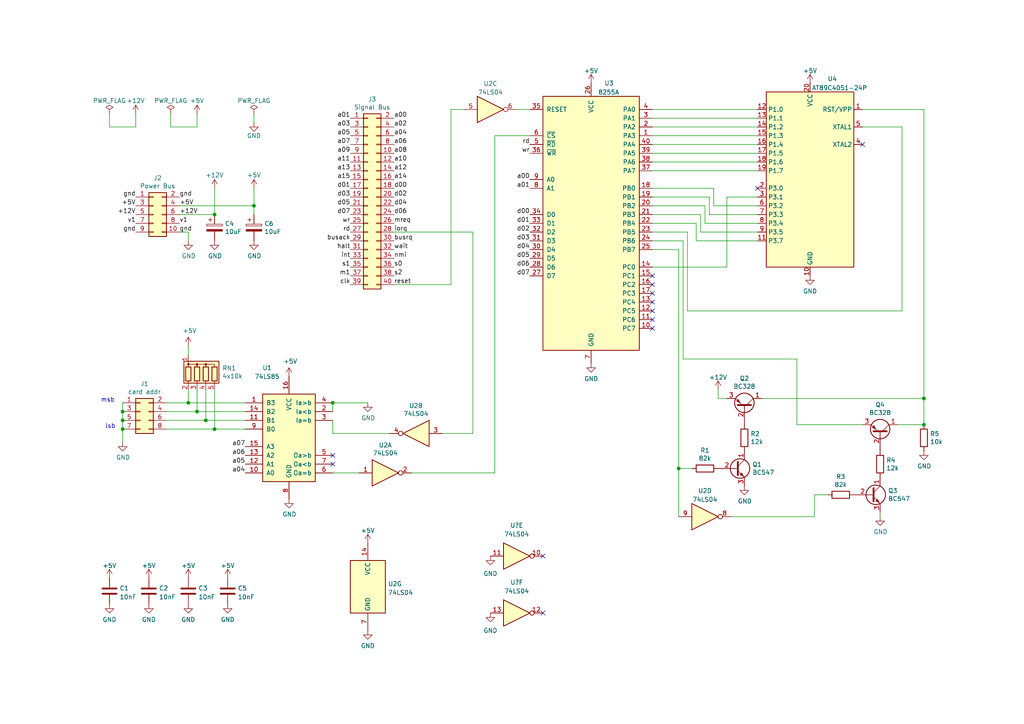
<source format=kicad_sch>
(kicad_sch (version 20211123) (generator eeschema)
  (paper "A4")
  (title_block (comment 1 "Programmer for AT89Cx051 (1051, 2051, 4051)"))
  (lib_symbols
    (symbol "74xx:74LS04"
      (property "Reference" "U" (at 0 1.27 0))
      (property "Value" "74LS04" (at 0 -1.27 0))
      (symbol "74LS04_1_0"
        (polyline (pts (xy -3.81 3.81) (xy -3.81 -3.81) (xy 3.81 0) (xy -3.81 3.81)) (stroke (width 0.254)) (fill (type background)))
        (pin input line (at -7.62 0 0) (length 3.81) (name "~") (number "1"))
        (pin output inverted (at 7.62 0 180) (length 3.81) (name "~") (number "2"))
      )
      (symbol "74LS04_2_0"
        (polyline (pts (xy -3.81 3.81) (xy -3.81 -3.81) (xy 3.81 0) (xy -3.81 3.81)) (stroke (width 0.254)) (fill (type background)))
        (pin input line (at -7.62 0 0) (length 3.81) (name "~") (number "3"))
        (pin output inverted (at 7.62 0 180) (length 3.81) (name "~") (number "4"))
      )
      (symbol "74LS04_3_0"
        (polyline (pts (xy -3.81 3.81) (xy -3.81 -3.81) (xy 3.81 0) (xy -3.81 3.81)) (stroke (width 0.254)) (fill (type background)))
        (pin input line (at -7.62 0 0) (length 3.81) (name "~") (number "5"))
        (pin output inverted (at 7.62 0 180) (length 3.81) (name "~") (number "6"))
      )
      (symbol "74LS04_4_0"
        (polyline (pts (xy -3.81 3.81) (xy -3.81 -3.81) (xy 3.81 0) (xy -3.81 3.81)) (stroke (width 0.254)) (fill (type background)))
        (pin output inverted (at 7.62 0 180) (length 3.81) (name "~") (number "8"))
        (pin input line (at -7.62 0 0) (length 3.81) (name "~") (number "9"))
      )
      (symbol "74LS04_5_0"
        (polyline (pts (xy -3.81 3.81) (xy -3.81 -3.81) (xy 3.81 0) (xy -3.81 3.81)) (stroke (width 0.254)) (fill (type background)))
        (pin output inverted (at 7.62 0 180) (length 3.81) (name "~") (number "10"))
        (pin input line (at -7.62 0 0) (length 3.81) (name "~") (number "11"))
      )
      (symbol "74LS04_6_0"
        (polyline (pts (xy -3.81 3.81) (xy -3.81 -3.81) (xy 3.81 0) (xy -3.81 3.81)) (stroke (width 0.254)) (fill (type background)))
        (pin output inverted (at 7.62 0 180) (length 3.81) (name "~") (number "12"))
        (pin input line (at -7.62 0 0) (length 3.81) (name "~") (number "13"))
      )
      (symbol "74LS04_7_0"
        (pin power_in line (at 0 12.7 270) (length 5.08) (name "VCC") (number "14"))
        (pin power_in line (at 0 -12.7 90) (length 5.08) (name "GND") (number "7"))
      )
      (symbol "74LS04_7_1"
        (rectangle (start -5.08 7.62) (end 5.08 -7.62) (stroke (width 0.254)) (fill (type background)))
      )
    )
    (symbol "74xx:74LS85" (pin_names (offset 1.016))
      (property "Reference" "U" (at -7.62 13.97 0))
      (property "Value" "74LS85" (at -7.62 -13.97 0))
      (symbol "74LS85_1_0"
        (pin input line (at -12.7 10.16 0) (length 5.08) (name "B3") (number "1"))
        (pin input line (at -12.7 -10.16 0) (length 5.08) (name "A0") (number "10"))
        (pin input line (at -12.7 5.08 0) (length 5.08) (name "B1") (number "11"))
        (pin input line (at -12.7 -7.62 0) (length 5.08) (name "A1") (number "12"))
        (pin input line (at -12.7 -5.08 0) (length 5.08) (name "A2") (number "13"))
        (pin input line (at -12.7 7.62 0) (length 5.08) (name "B2") (number "14"))
        (pin input line (at -12.7 -2.54 0) (length 5.08) (name "A3") (number "15"))
        (pin power_in line (at 0 17.78 270) (length 5.08) (name "VCC") (number "16"))
        (pin input line (at 12.7 7.62 180) (length 5.08) (name "Ia<b") (number "2"))
        (pin input line (at 12.7 5.08 180) (length 5.08) (name "Ia=b") (number "3"))
        (pin input line (at 12.7 10.16 180) (length 5.08) (name "Ia>b") (number "4"))
        (pin output line (at 12.7 -5.08 180) (length 5.08) (name "Oa>b") (number "5"))
        (pin output line (at 12.7 -10.16 180) (length 5.08) (name "Oa=b") (number "6"))
        (pin output line (at 12.7 -7.62 180) (length 5.08) (name "Oa<b") (number "7"))
        (pin power_in line (at 0 -17.78 90) (length 5.08) (name "GND") (number "8"))
        (pin input line (at -12.7 2.54 0) (length 5.08) (name "B0") (number "9"))
      )
      (symbol "74LS85_1_1"
        (rectangle (start -7.62 12.7) (end 7.62 -12.7) (stroke (width 0.254)) (fill (type background)))
      )
    )
    (symbol "Connector_Generic:Conn_02x04_Odd_Even" (pin_names (offset 1.016) hide)
      (property "Reference" "J" (at 1.27 5.08 0))
      (property "Value" "Conn_02x04_Odd_Even" (at 1.27 -7.62 0))
      (symbol "Conn_02x04_Odd_Even_1_1"
        (rectangle (start -1.27 -4.953) (end 0 -5.207) (stroke (width 0.1524)))
        (rectangle (start -1.27 -2.413) (end 0 -2.667) (stroke (width 0.1524)))
        (rectangle (start -1.27 0.127) (end 0 -0.127) (stroke (width 0.1524)))
        (rectangle (start -1.27 2.667) (end 0 2.413) (stroke (width 0.1524)))
        (rectangle (start -1.27 3.81) (end 3.81 -6.35) (stroke (width 0.254)) (fill (type background)))
        (rectangle (start 3.81 -4.953) (end 2.54 -5.207) (stroke (width 0.1524)))
        (rectangle (start 3.81 -2.413) (end 2.54 -2.667) (stroke (width 0.1524)))
        (rectangle (start 3.81 0.127) (end 2.54 -0.127) (stroke (width 0.1524)))
        (rectangle (start 3.81 2.667) (end 2.54 2.413) (stroke (width 0.1524)))
        (pin passive line (at -5.08 2.54 0) (length 3.81) (name "Pin_1") (number "1"))
        (pin passive line (at 7.62 2.54 180) (length 3.81) (name "Pin_2") (number "2"))
        (pin passive line (at -5.08 0 0) (length 3.81) (name "Pin_3") (number "3"))
        (pin passive line (at 7.62 0 180) (length 3.81) (name "Pin_4") (number "4"))
        (pin passive line (at -5.08 -2.54 0) (length 3.81) (name "Pin_5") (number "5"))
        (pin passive line (at 7.62 -2.54 180) (length 3.81) (name "Pin_6") (number "6"))
        (pin passive line (at -5.08 -5.08 0) (length 3.81) (name "Pin_7") (number "7"))
        (pin passive line (at 7.62 -5.08 180) (length 3.81) (name "Pin_8") (number "8"))
      )
    )
    (symbol "Connector_Generic:Conn_02x05_Odd_Even" (pin_names (offset 1.016) hide)
      (property "Reference" "J" (at 1.27 7.62 0))
      (property "Value" "Conn_02x05_Odd_Even" (at 1.27 -7.62 0))
      (symbol "Conn_02x05_Odd_Even_1_1"
        (rectangle (start -1.27 -4.953) (end 0 -5.207) (stroke (width 0.1524)))
        (rectangle (start -1.27 -2.413) (end 0 -2.667) (stroke (width 0.1524)))
        (rectangle (start -1.27 0.127) (end 0 -0.127) (stroke (width 0.1524)))
        (rectangle (start -1.27 2.667) (end 0 2.413) (stroke (width 0.1524)))
        (rectangle (start -1.27 5.207) (end 0 4.953) (stroke (width 0.1524)))
        (rectangle (start -1.27 6.35) (end 3.81 -6.35) (stroke (width 0.254)) (fill (type background)))
        (rectangle (start 3.81 -4.953) (end 2.54 -5.207) (stroke (width 0.1524)))
        (rectangle (start 3.81 -2.413) (end 2.54 -2.667) (stroke (width 0.1524)))
        (rectangle (start 3.81 0.127) (end 2.54 -0.127) (stroke (width 0.1524)))
        (rectangle (start 3.81 2.667) (end 2.54 2.413) (stroke (width 0.1524)))
        (rectangle (start 3.81 5.207) (end 2.54 4.953) (stroke (width 0.1524)))
        (pin passive line (at -5.08 5.08 0) (length 3.81) (name "Pin_1") (number "1"))
        (pin passive line (at 7.62 -5.08 180) (length 3.81) (name "Pin_10") (number "10"))
        (pin passive line (at 7.62 5.08 180) (length 3.81) (name "Pin_2") (number "2"))
        (pin passive line (at -5.08 2.54 0) (length 3.81) (name "Pin_3") (number "3"))
        (pin passive line (at 7.62 2.54 180) (length 3.81) (name "Pin_4") (number "4"))
        (pin passive line (at -5.08 0 0) (length 3.81) (name "Pin_5") (number "5"))
        (pin passive line (at 7.62 0 180) (length 3.81) (name "Pin_6") (number "6"))
        (pin passive line (at -5.08 -2.54 0) (length 3.81) (name "Pin_7") (number "7"))
        (pin passive line (at 7.62 -2.54 180) (length 3.81) (name "Pin_8") (number "8"))
        (pin passive line (at -5.08 -5.08 0) (length 3.81) (name "Pin_9") (number "9"))
      )
    )
    (symbol "Connector_Generic:Conn_02x20_Odd_Even" (pin_names (offset 1.016) hide)
      (property "Reference" "J" (at 1.27 25.4 0))
      (property "Value" "Conn_02x20_Odd_Even" (at 1.27 -27.94 0))
      (symbol "Conn_02x20_Odd_Even_1_1"
        (rectangle (start -1.27 -25.273) (end 0 -25.527) (stroke (width 0.1524)))
        (rectangle (start -1.27 -22.733) (end 0 -22.987) (stroke (width 0.1524)))
        (rectangle (start -1.27 -20.193) (end 0 -20.447) (stroke (width 0.1524)))
        (rectangle (start -1.27 -17.653) (end 0 -17.907) (stroke (width 0.1524)))
        (rectangle (start -1.27 -15.113) (end 0 -15.367) (stroke (width 0.1524)))
        (rectangle (start -1.27 -12.573) (end 0 -12.827) (stroke (width 0.1524)))
        (rectangle (start -1.27 -10.033) (end 0 -10.287) (stroke (width 0.1524)))
        (rectangle (start -1.27 -7.493) (end 0 -7.747) (stroke (width 0.1524)))
        (rectangle (start -1.27 -4.953) (end 0 -5.207) (stroke (width 0.1524)))
        (rectangle (start -1.27 -2.413) (end 0 -2.667) (stroke (width 0.1524)))
        (rectangle (start -1.27 0.127) (end 0 -0.127) (stroke (width 0.1524)))
        (rectangle (start -1.27 2.667) (end 0 2.413) (stroke (width 0.1524)))
        (rectangle (start -1.27 5.207) (end 0 4.953) (stroke (width 0.1524)))
        (rectangle (start -1.27 7.747) (end 0 7.493) (stroke (width 0.1524)))
        (rectangle (start -1.27 10.287) (end 0 10.033) (stroke (width 0.1524)))
        (rectangle (start -1.27 12.827) (end 0 12.573) (stroke (width 0.1524)))
        (rectangle (start -1.27 15.367) (end 0 15.113) (stroke (width 0.1524)))
        (rectangle (start -1.27 17.907) (end 0 17.653) (stroke (width 0.1524)))
        (rectangle (start -1.27 20.447) (end 0 20.193) (stroke (width 0.1524)))
        (rectangle (start -1.27 22.987) (end 0 22.733) (stroke (width 0.1524)))
        (rectangle (start -1.27 24.13) (end 3.81 -26.67) (stroke (width 0.254)) (fill (type background)))
        (rectangle (start 3.81 -25.273) (end 2.54 -25.527) (stroke (width 0.1524)))
        (rectangle (start 3.81 -22.733) (end 2.54 -22.987) (stroke (width 0.1524)))
        (rectangle (start 3.81 -20.193) (end 2.54 -20.447) (stroke (width 0.1524)))
        (rectangle (start 3.81 -17.653) (end 2.54 -17.907) (stroke (width 0.1524)))
        (rectangle (start 3.81 -15.113) (end 2.54 -15.367) (stroke (width 0.1524)))
        (rectangle (start 3.81 -12.573) (end 2.54 -12.827) (stroke (width 0.1524)))
        (rectangle (start 3.81 -10.033) (end 2.54 -10.287) (stroke (width 0.1524)))
        (rectangle (start 3.81 -7.493) (end 2.54 -7.747) (stroke (width 0.1524)))
        (rectangle (start 3.81 -4.953) (end 2.54 -5.207) (stroke (width 0.1524)))
        (rectangle (start 3.81 -2.413) (end 2.54 -2.667) (stroke (width 0.1524)))
        (rectangle (start 3.81 0.127) (end 2.54 -0.127) (stroke (width 0.1524)))
        (rectangle (start 3.81 2.667) (end 2.54 2.413) (stroke (width 0.1524)))
        (rectangle (start 3.81 5.207) (end 2.54 4.953) (stroke (width 0.1524)))
        (rectangle (start 3.81 7.747) (end 2.54 7.493) (stroke (width 0.1524)))
        (rectangle (start 3.81 10.287) (end 2.54 10.033) (stroke (width 0.1524)))
        (rectangle (start 3.81 12.827) (end 2.54 12.573) (stroke (width 0.1524)))
        (rectangle (start 3.81 15.367) (end 2.54 15.113) (stroke (width 0.1524)))
        (rectangle (start 3.81 17.907) (end 2.54 17.653) (stroke (width 0.1524)))
        (rectangle (start 3.81 20.447) (end 2.54 20.193) (stroke (width 0.1524)))
        (rectangle (start 3.81 22.987) (end 2.54 22.733) (stroke (width 0.1524)))
        (pin passive line (at -5.08 22.86 0) (length 3.81) (name "Pin_1") (number "1"))
        (pin passive line (at 7.62 12.7 180) (length 3.81) (name "Pin_10") (number "10"))
        (pin passive line (at -5.08 10.16 0) (length 3.81) (name "Pin_11") (number "11"))
        (pin passive line (at 7.62 10.16 180) (length 3.81) (name "Pin_12") (number "12"))
        (pin passive line (at -5.08 7.62 0) (length 3.81) (name "Pin_13") (number "13"))
        (pin passive line (at 7.62 7.62 180) (length 3.81) (name "Pin_14") (number "14"))
        (pin passive line (at -5.08 5.08 0) (length 3.81) (name "Pin_15") (number "15"))
        (pin passive line (at 7.62 5.08 180) (length 3.81) (name "Pin_16") (number "16"))
        (pin passive line (at -5.08 2.54 0) (length 3.81) (name "Pin_17") (number "17"))
        (pin passive line (at 7.62 2.54 180) (length 3.81) (name "Pin_18") (number "18"))
        (pin passive line (at -5.08 0 0) (length 3.81) (name "Pin_19") (number "19"))
        (pin passive line (at 7.62 22.86 180) (length 3.81) (name "Pin_2") (number "2"))
        (pin passive line (at 7.62 0 180) (length 3.81) (name "Pin_20") (number "20"))
        (pin passive line (at -5.08 -2.54 0) (length 3.81) (name "Pin_21") (number "21"))
        (pin passive line (at 7.62 -2.54 180) (length 3.81) (name "Pin_22") (number "22"))
        (pin passive line (at -5.08 -5.08 0) (length 3.81) (name "Pin_23") (number "23"))
        (pin passive line (at 7.62 -5.08 180) (length 3.81) (name "Pin_24") (number "24"))
        (pin passive line (at -5.08 -7.62 0) (length 3.81) (name "Pin_25") (number "25"))
        (pin passive line (at 7.62 -7.62 180) (length 3.81) (name "Pin_26") (number "26"))
        (pin passive line (at -5.08 -10.16 0) (length 3.81) (name "Pin_27") (number "27"))
        (pin passive line (at 7.62 -10.16 180) (length 3.81) (name "Pin_28") (number "28"))
        (pin passive line (at -5.08 -12.7 0) (length 3.81) (name "Pin_29") (number "29"))
        (pin passive line (at -5.08 20.32 0) (length 3.81) (name "Pin_3") (number "3"))
        (pin passive line (at 7.62 -12.7 180) (length 3.81) (name "Pin_30") (number "30"))
        (pin passive line (at -5.08 -15.24 0) (length 3.81) (name "Pin_31") (number "31"))
        (pin passive line (at 7.62 -15.24 180) (length 3.81) (name "Pin_32") (number "32"))
        (pin passive line (at -5.08 -17.78 0) (length 3.81) (name "Pin_33") (number "33"))
        (pin passive line (at 7.62 -17.78 180) (length 3.81) (name "Pin_34") (number "34"))
        (pin passive line (at -5.08 -20.32 0) (length 3.81) (name "Pin_35") (number "35"))
        (pin passive line (at 7.62 -20.32 180) (length 3.81) (name "Pin_36") (number "36"))
        (pin passive line (at -5.08 -22.86 0) (length 3.81) (name "Pin_37") (number "37"))
        (pin passive line (at 7.62 -22.86 180) (length 3.81) (name "Pin_38") (number "38"))
        (pin passive line (at -5.08 -25.4 0) (length 3.81) (name "Pin_39") (number "39"))
        (pin passive line (at 7.62 20.32 180) (length 3.81) (name "Pin_4") (number "4"))
        (pin passive line (at 7.62 -25.4 180) (length 3.81) (name "Pin_40") (number "40"))
        (pin passive line (at -5.08 17.78 0) (length 3.81) (name "Pin_5") (number "5"))
        (pin passive line (at 7.62 17.78 180) (length 3.81) (name "Pin_6") (number "6"))
        (pin passive line (at -5.08 15.24 0) (length 3.81) (name "Pin_7") (number "7"))
        (pin passive line (at 7.62 15.24 180) (length 3.81) (name "Pin_8") (number "8"))
        (pin passive line (at -5.08 12.7 0) (length 3.81) (name "Pin_9") (number "9"))
      )
    )
    (symbol "Device:C" (pin_numbers hide) (pin_names (offset 0.254))
      (property "Reference" "C" (at 0.635 2.54 0))
      (property "Value" "C" (at 0.635 -2.54 0))
      (symbol "C_0_1"
        (polyline (pts (xy -2.032 -0.762) (xy 2.032 -0.762)) (stroke (width 0.508)))
        (polyline (pts (xy -2.032 0.762) (xy 2.032 0.762)) (stroke (width 0.508)))
      )
      (symbol "C_1_1"
        (pin passive line (at 0 3.81 270) (length 2.794) (name "~") (number "1"))
        (pin passive line (at 0 -3.81 90) (length 2.794) (name "~") (number "2"))
      )
    )
    (symbol "Device:CP" (pin_numbers hide) (pin_names (offset 0.254))
      (property "Reference" "C" (at 0.635 2.54 0))
      (property "Value" "Device_CP" (at 0.635 -2.54 0))
      (symbol "CP_0_1"
        (rectangle (start -2.286 0.508) (end 2.286 1.016))
        (polyline (pts (xy -1.778 2.286) (xy -0.762 2.286)))
        (polyline (pts (xy -1.27 2.794) (xy -1.27 1.778)))
        (rectangle (start 2.286 -0.508) (end -2.286 -1.016) (fill (type outline)))
      )
      (symbol "CP_1_1"
        (pin passive line (at 0 3.81 270) (length 2.794) (name "~") (number "1"))
        (pin passive line (at 0 -3.81 90) (length 2.794) (name "~") (number "2"))
      )
    )
    (symbol "Device:R" (pin_numbers hide) (pin_names (offset 0))
      (property "Reference" "R" (at 2.032 0 90))
      (property "Value" "R" (at 0 0 90))
      (symbol "R_0_1"
        (rectangle (start -1.016 -2.54) (end 1.016 2.54) (stroke (width 0.254)))
      )
      (symbol "R_1_1"
        (pin passive line (at 0 3.81 270) (length 1.27) (name "~") (number "1"))
        (pin passive line (at 0 -3.81 90) (length 1.27) (name "~") (number "2"))
      )
    )
    (symbol "Device:R_Network04" (pin_names (offset 0) hide)
      (property "Reference" "RN" (at -7.62 0 90))
      (property "Value" "R_Network04" (at 5.08 0 90))
      (symbol "R_Network04_0_1"
        (rectangle (start -6.35 -3.175) (end 3.81 3.175) (stroke (width 0.254)) (fill (type background)))
        (rectangle (start -5.842 1.524) (end -4.318 -2.54) (stroke (width 0.254)))
        (circle (center -5.08 2.286) (radius 0.254) (fill (type outline)))
        (rectangle (start -3.302 1.524) (end -1.778 -2.54) (stroke (width 0.254)))
        (circle (center -2.54 2.286) (radius 0.254) (fill (type outline)))
        (rectangle (start -0.762 1.524) (end 0.762 -2.54) (stroke (width 0.254)))
        (polyline (pts (xy -5.08 -2.54) (xy -5.08 -3.81)))
        (polyline (pts (xy -2.54 -2.54) (xy -2.54 -3.81)))
        (polyline (pts (xy 0 -2.54) (xy 0 -3.81)))
        (polyline (pts (xy 2.54 -2.54) (xy 2.54 -3.81)))
        (polyline (pts (xy -5.08 1.524) (xy -5.08 2.286) (xy -2.54 2.286) (xy -2.54 1.524)))
        (polyline (pts (xy -2.54 1.524) (xy -2.54 2.286) (xy 0 2.286) (xy 0 1.524)))
        (polyline (pts (xy 0 1.524) (xy 0 2.286) (xy 2.54 2.286) (xy 2.54 1.524)))
        (circle (center 0 2.286) (radius 0.254) (fill (type outline)))
        (rectangle (start 1.778 1.524) (end 3.302 -2.54) (stroke (width 0.254)))
      )
      (symbol "R_Network04_1_1"
        (pin passive line (at -5.08 5.08 270) (length 2.54) (name "common") (number "1"))
        (pin passive line (at -5.08 -5.08 90) (length 1.27) (name "R1") (number "2"))
        (pin passive line (at -2.54 -5.08 90) (length 1.27) (name "R2") (number "3"))
        (pin passive line (at 0 -5.08 90) (length 1.27) (name "R3") (number "4"))
        (pin passive line (at 2.54 -5.08 90) (length 1.27) (name "R4") (number "5"))
      )
    )
    (symbol "Interface:8255A" (pin_names (offset 1.016))
      (property "Reference" "U" (at -13.97 38.1 0))
      (property "Value" "8255A" (at 8.89 38.1 0))
      (symbol "8255A_1_1"
        (rectangle (start -13.97 -36.83) (end 13.97 36.83) (stroke (width 0.254)) (fill (type background)))
        (pin bidirectional line (at 17.78 25.4 180) (length 3.81) (name "PA3") (number "1"))
        (pin bidirectional line (at 17.78 -30.48 180) (length 3.81) (name "PC7") (number "10"))
        (pin bidirectional line (at 17.78 -27.94 180) (length 3.81) (name "PC6") (number "11"))
        (pin bidirectional line (at 17.78 -25.4 180) (length 3.81) (name "PC5") (number "12"))
        (pin bidirectional line (at 17.78 -22.86 180) (length 3.81) (name "PC4") (number "13"))
        (pin bidirectional line (at 17.78 -12.7 180) (length 3.81) (name "PC0") (number "14"))
        (pin bidirectional line (at 17.78 -15.24 180) (length 3.81) (name "PC1") (number "15"))
        (pin bidirectional line (at 17.78 -17.78 180) (length 3.81) (name "PC2") (number "16"))
        (pin bidirectional line (at 17.78 -20.32 180) (length 3.81) (name "PC3") (number "17"))
        (pin bidirectional line (at 17.78 10.16 180) (length 3.81) (name "PB0") (number "18"))
        (pin bidirectional line (at 17.78 7.62 180) (length 3.81) (name "PB1") (number "19"))
        (pin bidirectional line (at 17.78 27.94 180) (length 3.81) (name "PA2") (number "2"))
        (pin bidirectional line (at 17.78 5.08 180) (length 3.81) (name "PB2") (number "20"))
        (pin bidirectional line (at 17.78 2.54 180) (length 3.81) (name "PB3") (number "21"))
        (pin bidirectional line (at 17.78 0 180) (length 3.81) (name "PB4") (number "22"))
        (pin bidirectional line (at 17.78 -2.54 180) (length 3.81) (name "PB5") (number "23"))
        (pin bidirectional line (at 17.78 -5.08 180) (length 3.81) (name "PB6") (number "24"))
        (pin bidirectional line (at 17.78 -7.62 180) (length 3.81) (name "PB7") (number "25"))
        (pin power_in line (at 0 40.64 270) (length 3.81) (name "VCC") (number "26"))
        (pin bidirectional line (at -17.78 -15.24 0) (length 3.81) (name "D7") (number "27"))
        (pin bidirectional line (at -17.78 -12.7 0) (length 3.81) (name "D6") (number "28"))
        (pin bidirectional line (at -17.78 -10.16 0) (length 3.81) (name "D5") (number "29"))
        (pin bidirectional line (at 17.78 30.48 180) (length 3.81) (name "PA1") (number "3"))
        (pin bidirectional line (at -17.78 -7.62 0) (length 3.81) (name "D4") (number "30"))
        (pin bidirectional line (at -17.78 -5.08 0) (length 3.81) (name "D3") (number "31"))
        (pin bidirectional line (at -17.78 -2.54 0) (length 3.81) (name "D2") (number "32"))
        (pin bidirectional line (at -17.78 0 0) (length 3.81) (name "D1") (number "33"))
        (pin bidirectional line (at -17.78 2.54 0) (length 3.81) (name "D0") (number "34"))
        (pin input line (at -17.78 33.02 0) (length 3.81) (name "RESET") (number "35"))
        (pin input line (at -17.78 20.32 0) (length 3.81) (name "~{WR}") (number "36"))
        (pin bidirectional line (at 17.78 15.24 180) (length 3.81) (name "PA7") (number "37"))
        (pin bidirectional line (at 17.78 17.78 180) (length 3.81) (name "PA6") (number "38"))
        (pin bidirectional line (at 17.78 20.32 180) (length 3.81) (name "PA5") (number "39"))
        (pin bidirectional line (at 17.78 33.02 180) (length 3.81) (name "PA0") (number "4"))
        (pin bidirectional line (at 17.78 22.86 180) (length 3.81) (name "PA4") (number "40"))
        (pin input line (at -17.78 22.86 0) (length 3.81) (name "~{RD}") (number "5"))
        (pin input line (at -17.78 25.4 0) (length 3.81) (name "~{CS}") (number "6"))
        (pin power_in line (at 0 -40.64 90) (length 3.81) (name "GND") (number "7"))
        (pin input line (at -17.78 10.16 0) (length 3.81) (name "A1") (number "8"))
        (pin input line (at -17.78 12.7 0) (length 3.81) (name "A0") (number "9"))
      )
    )
    (symbol "MCU_Microchip_8051:AT89C4051-24P"
      (property "Reference" "U" (at -12.7 26.67 0))
      (property "Value" "AT89C4051-24P" (at 2.54 -26.67 0))
      (symbol "AT89C4051-24P_0_1"
        (rectangle (start -12.7 -25.4) (end 12.7 25.4) (stroke (width 0.254)) (fill (type background)))
      )
      (symbol "AT89C4051-24P_1_1"
        (pin input line (at -15.24 20.32 0) (length 2.54) (name "RST/VPP") (number "1"))
        (pin power_in line (at 0 -27.94 90) (length 2.54) (name "GND") (number "10"))
        (pin bidirectional line (at 15.24 -17.78 180) (length 2.54) (name "P3.7") (number "11"))
        (pin bidirectional line (at 15.24 20.32 180) (length 2.54) (name "P1.0") (number "12"))
        (pin bidirectional line (at 15.24 17.78 180) (length 2.54) (name "P1.1") (number "13"))
        (pin bidirectional line (at 15.24 15.24 180) (length 2.54) (name "P1.2") (number "14"))
        (pin bidirectional line (at 15.24 12.7 180) (length 2.54) (name "P1.3") (number "15"))
        (pin bidirectional line (at 15.24 10.16 180) (length 2.54) (name "P1.4") (number "16"))
        (pin bidirectional line (at 15.24 7.62 180) (length 2.54) (name "P1.5") (number "17"))
        (pin bidirectional line (at 15.24 5.08 180) (length 2.54) (name "P1.6") (number "18"))
        (pin bidirectional line (at 15.24 2.54 180) (length 2.54) (name "P1.7") (number "19"))
        (pin bidirectional line (at 15.24 -2.54 180) (length 2.54) (name "P3.0") (number "2"))
        (pin power_in line (at 0 27.94 270) (length 2.54) (name "VCC") (number "20"))
        (pin bidirectional line (at 15.24 -5.08 180) (length 2.54) (name "P3.1") (number "3"))
        (pin output line (at -15.24 10.16 0) (length 2.54) (name "XTAL2") (number "4"))
        (pin input line (at -15.24 15.24 0) (length 2.54) (name "XTAL1") (number "5"))
        (pin bidirectional line (at 15.24 -7.62 180) (length 2.54) (name "P3.2") (number "6"))
        (pin bidirectional line (at 15.24 -10.16 180) (length 2.54) (name "P3.3") (number "7"))
        (pin bidirectional line (at 15.24 -12.7 180) (length 2.54) (name "P3.4") (number "8"))
        (pin bidirectional line (at 15.24 -15.24 180) (length 2.54) (name "P3.5") (number "9"))
      )
    )
    (symbol "Transistor_BJT:BC328" (pin_names (offset 0) hide)
      (property "Reference" "Q" (at 5.08 1.905 0))
      (property "Value" "BC328" (at 5.08 0 0))
      (symbol "BC328_0_1"
        (polyline (pts (xy 0.635 0.635) (xy 2.54 2.54)))
        (polyline (pts (xy 0.635 -0.635) (xy 2.54 -2.54) (xy 2.54 -2.54)))
        (polyline (pts (xy 0.635 1.905) (xy 0.635 -1.905) (xy 0.635 -1.905)) (stroke (width 0.508)))
        (polyline (pts (xy 2.286 -1.778) (xy 1.778 -2.286) (xy 1.27 -1.27) (xy 2.286 -1.778) (xy 2.286 -1.778)) (fill (type outline)))
        (circle (center 1.27 0) (radius 2.8194) (stroke (width 0.254)))
      )
      (symbol "BC328_1_1"
        (pin passive line (at 2.54 5.08 270) (length 2.54) (name "C") (number "1"))
        (pin input line (at -5.08 0 0) (length 5.715) (name "B") (number "2"))
        (pin passive line (at 2.54 -5.08 90) (length 2.54) (name "E") (number "3"))
      )
    )
    (symbol "Transistor_BJT:BC547" (pin_names (offset 0) hide)
      (property "Reference" "Q" (at 5.08 1.905 0))
      (property "Value" "BC547" (at 5.08 0 0))
      (symbol "BC547_0_1"
        (polyline (pts (xy 0 0) (xy 0.635 0)))
        (polyline (pts (xy 0.635 0.635) (xy 2.54 2.54)))
        (polyline (pts (xy 0.635 -0.635) (xy 2.54 -2.54) (xy 2.54 -2.54)))
        (polyline (pts (xy 0.635 1.905) (xy 0.635 -1.905) (xy 0.635 -1.905)) (stroke (width 0.508)))
        (polyline (pts (xy 1.27 -1.778) (xy 1.778 -1.27) (xy 2.286 -2.286) (xy 1.27 -1.778) (xy 1.27 -1.778)) (fill (type outline)))
        (circle (center 1.27 0) (radius 2.8194) (stroke (width 0.254)))
      )
      (symbol "BC547_1_1"
        (pin passive line (at 2.54 5.08 270) (length 2.54) (name "C") (number "1"))
        (pin input line (at -5.08 0 0) (length 5.08) (name "B") (number "2"))
        (pin passive line (at 2.54 -5.08 90) (length 2.54) (name "E") (number "3"))
      )
    )
    (symbol "power:+12V" (power) (pin_names (offset 0))
      (property "Value" "+12V" (at 0 3.556 0))
      (symbol "+12V_0_1"
        (polyline (pts (xy -0.762 1.27) (xy 0 2.54)))
        (polyline (pts (xy 0 0) (xy 0 2.54)))
        (polyline (pts (xy 0 2.54) (xy 0.762 1.27)))
      )
      (symbol "+12V_1_1"
        (pin power_in line (at 0 0 90) (length 0) hide (name "+12V") (number "1"))
      )
    )
    (symbol "power:+5V" (power) (pin_names (offset 0))
      (property "Value" "+5V" (at 0 3.556 0))
      (symbol "+5V_0_1"
        (polyline (pts (xy -0.762 1.27) (xy 0 2.54)))
        (polyline (pts (xy 0 0) (xy 0 2.54)))
        (polyline (pts (xy 0 2.54) (xy 0.762 1.27)))
      )
      (symbol "+5V_1_1"
        (pin power_in line (at 0 0 90) (length 0) hide (name "+5V") (number "1"))
      )
    )
    (symbol "power:GND" (power) (pin_names (offset 0))
      (property "Value" "GND" (at 0 -3.81 0))
      (symbol "GND_0_1"
        (polyline (pts (xy 0 0) (xy 0 -1.27) (xy 1.27 -1.27) (xy 0 -2.54) (xy -1.27 -1.27) (xy 0 -1.27)))
      )
      (symbol "GND_1_1"
        (pin power_in line (at 0 0 270) (length 0) hide (name "GND") (number "1"))
      )
    )
    (symbol "power:PWR_FLAG" (power) (pin_numbers hide) (pin_names (offset 0) hide)
      (property "Value" "PWR_FLAG" (at 0 3.81 0))
      (symbol "PWR_FLAG_0_0"
        (pin power_out line (at 0 0 90) (length 0) (name "pwr") (number "1"))
      )
      (symbol "PWR_FLAG_0_1"
        (polyline (pts (xy 0 0) (xy 0 1.27) (xy -1.016 1.905) (xy 0 2.54) (xy 1.016 1.905) (xy 0 1.27)))
      )
    )
  )
  (junction (at 62.23 62.23))
  (junction (at 35.56 124.46))
  (junction (at 35.56 121.92))
  (junction (at 62.23 124.46))
  (junction (at 196.85 135.89))
  (junction (at 54.61 116.84))
  (junction (at 35.56 119.38))
  (junction (at 96.52 116.84))
  (junction (at 57.15 119.38))
  (junction (at 267.97 115.57))
  (junction (at 73.66 59.69))
  (junction (at 59.69 121.92))
  (junction (at 267.97 123.19))
  (no_connect (at 157.48 161.29))
  (no_connect (at 157.48 177.8))
  (no_connect (at 250.19 41.91))
  (no_connect (at 219.71 54.61))
  (no_connect (at 96.52 134.62))
  (no_connect (at 96.52 132.08))
  (no_connect (at 189.23 80.01))
  (no_connect (at 189.23 82.55))
  (no_connect (at 189.23 95.25))
  (no_connect (at 189.23 85.09))
  (no_connect (at 189.23 87.63))
  (no_connect (at 189.23 90.17))
  (no_connect (at 189.23 92.71))
  (wire (pts (xy 189.23 44.45) (xy 219.71 44.45)))
  (wire (pts (xy 57.15 119.38) (xy 71.12 119.38)))
  (wire (pts (xy 198.12 104.14) (xy 231.14 104.14)))
  (wire (pts (xy 149.86 31.75) (xy 153.67 31.75)))
  (wire (pts (xy 205.74 62.23) (xy 219.71 62.23)))
  (wire (pts (xy 35.56 128.27) (xy 35.56 124.46)))
  (wire (pts (xy 59.69 113.03) (xy 59.69 121.92)))
  (wire (pts (xy 106.68 116.84) (xy 96.52 116.84)))
  (wire (pts (xy 203.2 67.31) (xy 219.71 67.31)))
  (wire (pts (xy 153.67 39.37) (xy 143.51 39.37)))
  (wire (pts (xy 267.97 31.75) (xy 267.97 115.57)))
  (wire (pts (xy 189.23 59.69) (xy 204.47 59.69)))
  (wire (pts (xy 113.03 125.73) (xy 96.52 125.73)))
  (wire (pts (xy 250.19 36.83) (xy 261.62 36.83)))
  (wire (pts (xy 189.23 72.39) (xy 196.85 72.39)))
  (wire (pts (xy 196.85 135.89) (xy 196.85 149.86)))
  (wire (pts (xy 35.56 121.92) (xy 35.56 124.46)))
  (wire (pts (xy 220.98 115.57) (xy 267.97 115.57)))
  (wire (pts (xy 39.37 36.83) (xy 39.37 33.02)))
  (wire (pts (xy 196.85 135.89) (xy 200.66 135.89)))
  (wire (pts (xy 201.93 69.85) (xy 219.71 69.85)))
  (wire (pts (xy 62.23 54.61) (xy 62.23 62.23)))
  (wire (pts (xy 189.23 31.75) (xy 219.71 31.75)))
  (wire (pts (xy 204.47 59.69) (xy 204.47 64.77)))
  (wire (pts (xy 49.53 33.02) (xy 49.53 36.83)))
  (wire (pts (xy 35.56 116.84) (xy 35.56 119.38)))
  (wire (pts (xy 114.3 67.31) (xy 137.16 67.31)))
  (wire (pts (xy 52.07 67.31) (xy 54.61 67.31)))
  (wire (pts (xy 62.23 124.46) (xy 71.12 124.46)))
  (wire (pts (xy 54.61 100.33) (xy 54.61 102.87)))
  (wire (pts (xy 199.39 67.31) (xy 199.39 90.17)))
  (wire (pts (xy 54.61 116.84) (xy 71.12 116.84)))
  (wire (pts (xy 205.74 57.15) (xy 205.74 62.23)))
  (wire (pts (xy 189.23 67.31) (xy 199.39 67.31)))
  (wire (pts (xy 130.81 82.55) (xy 114.3 82.55)))
  (wire (pts (xy 240.03 143.51) (xy 236.22 143.51)))
  (wire (pts (xy 189.23 46.99) (xy 219.71 46.99)))
  (wire (pts (xy 207.01 54.61) (xy 207.01 59.69)))
  (wire (pts (xy 189.23 54.61) (xy 207.01 54.61)))
  (wire (pts (xy 189.23 64.77) (xy 201.93 64.77)))
  (wire (pts (xy 208.28 115.57) (xy 210.82 115.57)))
  (wire (pts (xy 137.16 67.31) (xy 137.16 125.73)))
  (wire (pts (xy 199.39 90.17) (xy 261.62 90.17)))
  (wire (pts (xy 96.52 116.84) (xy 96.52 119.38)))
  (wire (pts (xy 31.75 36.83) (xy 39.37 36.83)))
  (wire (pts (xy 49.53 36.83) (xy 57.15 36.83)))
  (wire (pts (xy 143.51 39.37) (xy 143.51 137.16)))
  (wire (pts (xy 189.23 36.83) (xy 219.71 36.83)))
  (wire (pts (xy 210.82 77.47) (xy 210.82 57.15)))
  (wire (pts (xy 189.23 62.23) (xy 203.2 62.23)))
  (wire (pts (xy 73.66 59.69) (xy 73.66 62.23)))
  (wire (pts (xy 128.27 125.73) (xy 137.16 125.73)))
  (wire (pts (xy 210.82 57.15) (xy 219.71 57.15)))
  (wire (pts (xy 143.51 137.16) (xy 119.38 137.16)))
  (wire (pts (xy 57.15 36.83) (xy 57.15 33.02)))
  (wire (pts (xy 255.27 148.59) (xy 255.27 149.86)))
  (wire (pts (xy 189.23 77.47) (xy 210.82 77.47)))
  (wire (pts (xy 96.52 125.73) (xy 96.52 121.92)))
  (wire (pts (xy 57.15 113.03) (xy 57.15 119.38)))
  (wire (pts (xy 261.62 36.83) (xy 261.62 90.17)))
  (wire (pts (xy 201.93 64.77) (xy 201.93 69.85)))
  (wire (pts (xy 250.19 31.75) (xy 267.97 31.75)))
  (wire (pts (xy 212.09 149.86) (xy 236.22 149.86)))
  (wire (pts (xy 231.14 104.14) (xy 231.14 123.19)))
  (wire (pts (xy 73.66 54.61) (xy 73.66 59.69)))
  (wire (pts (xy 204.47 64.77) (xy 219.71 64.77)))
  (wire (pts (xy 198.12 69.85) (xy 198.12 104.14)))
  (wire (pts (xy 104.14 137.16) (xy 96.52 137.16)))
  (wire (pts (xy 48.26 119.38) (xy 57.15 119.38)))
  (wire (pts (xy 62.23 113.03) (xy 62.23 124.46)))
  (wire (pts (xy 73.66 33.02) (xy 73.66 35.56)))
  (wire (pts (xy 231.14 123.19) (xy 250.19 123.19)))
  (wire (pts (xy 267.97 123.19) (xy 260.35 123.19)))
  (wire (pts (xy 189.23 49.53) (xy 219.71 49.53)))
  (wire (pts (xy 207.01 59.69) (xy 219.71 59.69)))
  (wire (pts (xy 48.26 121.92) (xy 59.69 121.92)))
  (wire (pts (xy 189.23 57.15) (xy 205.74 57.15)))
  (wire (pts (xy 203.2 62.23) (xy 203.2 67.31)))
  (wire (pts (xy 54.61 113.03) (xy 54.61 116.84)))
  (wire (pts (xy 31.75 33.02) (xy 31.75 36.83)))
  (wire (pts (xy 267.97 115.57) (xy 267.97 123.19)))
  (wire (pts (xy 52.07 62.23) (xy 62.23 62.23)))
  (wire (pts (xy 54.61 67.31) (xy 54.61 69.85)))
  (wire (pts (xy 59.69 121.92) (xy 71.12 121.92)))
  (wire (pts (xy 48.26 116.84) (xy 54.61 116.84)))
  (wire (pts (xy 208.28 113.03) (xy 208.28 115.57)))
  (wire (pts (xy 189.23 34.29) (xy 219.71 34.29)))
  (wire (pts (xy 130.81 31.75) (xy 130.81 82.55)))
  (wire (pts (xy 189.23 69.85) (xy 198.12 69.85)))
  (wire (pts (xy 189.23 41.91) (xy 219.71 41.91)))
  (wire (pts (xy 196.85 135.89) (xy 196.85 72.39)))
  (wire (pts (xy 52.07 59.69) (xy 73.66 59.69)))
  (wire (pts (xy 35.56 119.38) (xy 35.56 121.92)))
  (wire (pts (xy 236.22 149.86) (xy 236.22 143.51)))
  (wire (pts (xy 48.26 124.46) (xy 62.23 124.46)))
  (wire (pts (xy 189.23 39.37) (xy 219.71 39.37)))
  (wire (pts (xy 134.62 31.75) (xy 130.81 31.75)))
  (text "lsb" (at 30.48 124.46 0) (effects (font (size 1.27 1.27)) (justify left bottom)))
  (text "msb" (at 29.21 116.84 0) (effects (font (size 1.27 1.27)) (justify left bottom)))
  (label "a15" (at 101.6 52.07 180))
  (label "d04" (at 153.67 72.39 180))
  (label "d02" (at 114.3 57.15 0))
  (label "d01" (at 153.67 64.77 180))
  (label "a04" (at 114.3 39.37 0))
  (label "a05" (at 101.6 39.37 180))
  (label "wait" (at 114.3 72.39 0))
  (label "d03" (at 101.6 57.15 180))
  (label "a01" (at 153.67 54.61 180))
  (label "d04" (at 114.3 59.69 0))
  (label "nmi" (at 114.3 74.93 0))
  (label "busrq" (at 114.3 69.85 0))
  (label "mreq" (at 114.3 64.77 0))
  (label "a00" (at 153.67 52.07 180))
  (label "busack" (at 101.6 69.85 180))
  (label "a05" (at 71.12 134.62 180))
  (label "a13" (at 101.6 49.53 180))
  (label "halt" (at 101.6 72.39 180))
  (label "a04" (at 71.12 137.16 180))
  (label "a00" (at 114.3 34.29 0))
  (label "d07" (at 101.6 62.23 180))
  (label "wr" (at 153.67 44.45 180))
  (label "d03" (at 153.67 69.85 180))
  (label "gnd" (at 39.37 57.15 180))
  (label "v1" (at 39.37 64.77 180))
  (label "gnd" (at 39.37 67.31 180))
  (label "a14" (at 114.3 52.07 0))
  (label "d06" (at 114.3 62.23 0))
  (label "int" (at 101.6 74.93 180))
  (label "+12V" (at 52.07 62.23 0))
  (label "a06" (at 71.12 132.08 180))
  (label "d07" (at 153.67 80.01 180))
  (label "s2" (at 114.3 80.01 0))
  (label "a11" (at 101.6 46.99 180))
  (label "d06" (at 153.67 77.47 180))
  (label "iorq" (at 114.3 67.31 0))
  (label "d00" (at 114.3 54.61 0))
  (label "gnd" (at 52.07 67.31 0))
  (label "d01" (at 101.6 54.61 180))
  (label "d02" (at 153.67 67.31 180))
  (label "a02" (at 114.3 36.83 0))
  (label "d05" (at 101.6 59.69 180))
  (label "a07" (at 71.12 129.54 180))
  (label "d00" (at 153.67 62.23 180))
  (label "a10" (at 114.3 46.99 0))
  (label "+5V" (at 39.37 59.69 180))
  (label "v1" (at 52.07 64.77 0))
  (label "a09" (at 101.6 44.45 180))
  (label "a01" (at 101.6 34.29 180))
  (label "rd" (at 101.6 67.31 180))
  (label "+5V" (at 52.07 59.69 0))
  (label "a06" (at 114.3 41.91 0))
  (label "s0" (at 114.3 77.47 0))
  (label "wr" (at 101.6 64.77 180))
  (label "m1" (at 101.6 80.01 180))
  (label "d05" (at 153.67 74.93 180))
  (label "+12V" (at 39.37 62.23 180))
  (label "reset" (at 114.3 82.55 0))
  (label "a07" (at 101.6 41.91 180))
  (label "gnd" (at 52.07 57.15 0))
  (label "a12" (at 114.3 49.53 0))
  (label "clk" (at 101.6 82.55 180))
  (label "rd" (at 153.67 41.91 180))
  (label "s1" (at 101.6 77.47 180))
  (label "a08" (at 114.3 44.45 0))
  (label "a03" (at 101.6 36.83 180))
  (symbol (lib_id "74xx:74LS04") (at 142.24 31.75 0) (unit 3)
    (property "Reference" "U2" (at 142.24 24.2402 0))
    (property "Value" "74LS04" (at 142.24 26.7771 0))
    (property "Datasheet" "http://www.ti.com/lit/gpn/sn74LS04" (effects hide))
  )
  (symbol (lib_id "power:GND") (at 83.82 144.78 0) (unit 1)
    (property "Reference" "#PWR020" (effects hide))
    (property "Value" "GND" (at 83.947 149.1742 0))
  )
  (symbol (lib_id "power:+12V") (at 39.37 33.02 0) (unit 1)
    (property "Reference" "#PWR04" (effects hide))
    (property "Value" "+12V" (at 39.37 29.21 0))
  )
  (symbol (lib_id "power:GND") (at 54.61 69.85 0) (unit 1)
    (property "Reference" "#PWR07" (effects hide))
    (property "Value" "GND" (at 54.737 74.2442 0))
  )
  (symbol (lib_id "Device:R") (at 267.97 127 0) (unit 1)
    (property "Reference" "R5" (at 269.748 125.8316 0) (effects (justify left)))
    (property "Value" "10k" (at 269.748 128.143 0) (effects (justify left)))
    (property "Footprint" "Resistor_THT:R_Axial_DIN0207_L6.3mm_D2.5mm_P7.62mm_Horizontal" (effects hide))
  )
  (symbol (lib_id "Device:R_Network04") (at 59.69 107.95 0) (unit 1)
    (property "Reference" "RN1" (at 64.4652 106.7816 0) (effects (justify left)))
    (property "Value" "4x10k" (at 64.4652 109.093 0) (effects (justify left)))
    (property "Footprint" "Resistor_THT:R_Array_SIP5" (effects hide))
    (property "Datasheet" "http://www.vishay.com/docs/31509/csc.pdf" (effects hide))
  )
  (symbol (lib_id "power:+12V") (at 208.28 113.03 0) (unit 1)
    (property "Reference" "#PWR026" (effects hide))
    (property "Value" "+12V" (at 208.28 109.4542 0))
  )
  (symbol (lib_id "power:GND") (at 142.24 161.29 0) (unit 1)
    (property "Reference" "#PWR?" (effects hide))
    (property "Value" "GND" (at 142.24 166.37 0))
  )
  (symbol (lib_id "74xx:74LS04") (at 149.86 161.29 0) (unit 5)
    (property "Reference" "U?" (at 149.86 152.4 0))
    (property "Value" "74LS04" (at 149.86 154.94 0))
    (property "Datasheet" "http://www.ti.com/lit/gpn/sn74LS04" (effects hide))
  )
  (symbol (lib_id "power:+5V") (at 54.61 167.64 0) (unit 1)
    (property "Reference" "#PWR09" (effects hide))
    (property "Value" "+5V" (at 54.61 164.0642 0))
  )
  (symbol (lib_id "power:+5V") (at 83.82 109.22 0) (unit 1)
    (property "Reference" "#PWR019" (effects hide))
    (property "Value" "+5V" (at 84.201 104.8258 0))
  )
  (symbol (lib_id "Device:C") (at 31.75 171.45 0) (unit 1)
    (property "Reference" "C1" (at 34.671 170.6153 0) (effects (justify left)))
    (property "Value" "10nF" (at 34.671 173.1522 0) (effects (justify left)))
  )
  (symbol (lib_id "power:+5V") (at 73.66 54.61 0) (unit 1)
    (property "Reference" "#PWR017" (effects hide))
    (property "Value" "+5V" (at 73.66 50.8 0))
  )
  (symbol (lib_id "power:+5V") (at 43.18 167.64 0) (unit 1)
    (property "Reference" "#PWR05" (effects hide))
    (property "Value" "+5V" (at 43.18 164.0642 0))
  )
  (symbol (lib_id "Transistor_BJT:BC547") (at 213.36 135.89 0) (unit 1)
    (property "Reference" "Q1" (at 218.2114 134.7216 0) (effects (justify left)))
    (property "Value" "BC547" (at 218.2114 137.033 0) (effects (justify left)))
    (property "Footprint" "Package_TO_SOT_THT:TO-92_Inline" (effects hide))
    (property "Datasheet" "http://www.fairchildsemi.com/ds/BC/BC547.pdf" (effects hide))
  )
  (symbol (lib_id "Transistor_BJT:BC328") (at 215.9 118.11 270) (mirror x) (unit 1)
    (property "Reference" "Q2" (at 215.9 109.7788 90))
    (property "Value" "BC328" (at 215.9 112.0902 90))
    (property "Footprint" "Package_TO_SOT_THT:TO-92_Inline" (effects hide))
    (property "Datasheet" "http://www.redrok.com/PNP_BC327_-45V_-800mA_0.625W_Hfe100_TO-92.pdf" (effects hide))
  )
  (symbol (lib_id "power:PWR_FLAG") (at 31.75 33.02 0) (unit 1)
    (property "Reference" "#FLG01" (effects hide))
    (property "Value" "PWR_FLAG" (at 31.75 29.21 0))
  )
  (symbol (lib_id "power:+12V") (at 62.23 54.61 0) (unit 1)
    (property "Reference" "#PWR012" (effects hide))
    (property "Value" "+12V" (at 62.23 50.8 0))
  )
  (symbol (lib_id "power:GND") (at 142.24 177.8 0) (unit 1)
    (property "Reference" "#PWR?" (effects hide))
    (property "Value" "GND" (at 142.24 182.88 0))
  )
  (symbol (lib_id "Device:R") (at 255.27 134.62 0) (unit 1)
    (property "Reference" "R4" (at 257.048 133.4516 0) (effects (justify left)))
    (property "Value" "12k" (at 257.048 135.763 0) (effects (justify left)))
    (property "Footprint" "Resistor_THT:R_Axial_DIN0207_L6.3mm_D2.5mm_P7.62mm_Horizontal" (effects hide))
  )
  (symbol (lib_id "74xx:74LS04") (at 120.65 125.73 0) (mirror y) (unit 2)
    (property "Reference" "U2" (at 120.65 117.6782 0))
    (property "Value" "74LS04" (at 120.65 119.9896 0))
    (property "Footprint" "Package_DIP:DIP-14_W7.62mm_Socket_LongPads" (effects hide))
    (property "Datasheet" "http://www.ti.com/lit/gpn/sn74LS04" (effects hide))
  )
  (symbol (lib_id "power:PWR_FLAG") (at 73.66 33.02 0) (unit 1)
    (property "Reference" "#FLG03" (effects hide))
    (property "Value" "PWR_FLAG" (at 73.66 29.21 0))
  )
  (symbol (lib_id "Interface:8255A") (at 171.45 64.77 0) (unit 1)
    (property "Reference" "U3" (at 175.26 24.13 0) (effects (justify left)))
    (property "Value" "8255A" (at 173.4694 26.7771 0) (effects (justify left)))
    (property "Footprint" "Package_DIP:DIP-40_W15.24mm" (effects hide))
    (property "Datasheet" "http://aturing.umcs.maine.edu/~meadow/courses/cos335/Intel8255A.pdf" (effects hide))
  )
  (symbol (lib_id "MCU_Microchip_8051:AT89C4051-24P") (at 234.95 52.07 0) (mirror y) (unit 1)
    (property "Reference" "U4" (at 240.03 22.86 0) (effects (justify right)))
    (property "Value" "AT89C4051-24P" (at 235.4706 25.5071 0) (effects (justify right)))
    (property "Footprint" "Package_DIP:DIP-20_W7.62mm" (effects hide))
    (property "Datasheet" "http://ww1.microchip.com/downloads/en/DeviceDoc/doc1001.pdf" (effects hide))
  )
  (symbol (lib_id "Device:R") (at 243.84 143.51 90) (unit 1)
    (property "Reference" "R3" (at 243.84 138.2522 90))
    (property "Value" "82k" (at 243.84 140.5636 90))
    (property "Footprint" "Resistor_THT:R_Axial_DIN0207_L6.3mm_D2.5mm_P7.62mm_Horizontal" (effects hide))
  )
  (symbol (lib_id "power:GND") (at 35.56 128.27 0) (unit 1)
    (property "Reference" "#PWR03" (effects hide))
    (property "Value" "GND" (at 35.687 132.6642 0))
  )
  (symbol (lib_id "Connector_Generic:Conn_02x04_Odd_Even") (at 40.64 119.38 0) (unit 1)
    (property "Reference" "J1" (at 41.91 111.3282 0))
    (property "Value" "card addr" (at 41.91 113.6396 0))
    (property "Footprint" "Connector_PinHeader_2.54mm:PinHeader_2x04_P2.54mm_Vertical" (effects hide))
  )
  (symbol (lib_id "power:GND") (at 54.61 175.26 0) (unit 1)
    (property "Reference" "#PWR010" (effects hide))
    (property "Value" "GND" (at 54.61 179.7034 0))
  )
  (symbol (lib_id "Device:CP") (at 62.23 66.04 0) (unit 1)
    (property "Reference" "C4" (at 65.2272 64.8716 0) (effects (justify left)))
    (property "Value" "10uF" (at 65.2272 67.183 0) (effects (justify left)))
    (property "Footprint" "Capacitor_THT:CP_Radial_D5.0mm_P2.50mm" (effects hide))
  )
  (symbol (lib_id "Device:C") (at 43.18 171.45 0) (unit 1)
    (property "Reference" "C2" (at 46.101 170.6153 0) (effects (justify left)))
    (property "Value" "10nF" (at 46.101 173.1522 0) (effects (justify left)))
  )
  (symbol (lib_id "Device:C") (at 66.04 171.45 0) (unit 1)
    (property "Reference" "C5" (at 68.961 170.6153 0) (effects (justify left)))
    (property "Value" "10nF" (at 68.961 173.1522 0) (effects (justify left)))
  )
  (symbol (lib_id "74xx:74LS04") (at 111.76 137.16 0) (unit 1)
    (property "Reference" "U2" (at 111.76 129.1082 0))
    (property "Value" "74LS04" (at 111.76 131.4196 0))
    (property "Footprint" "Package_DIP:DIP-14_W7.62mm_Socket_LongPads" (effects hide))
    (property "Datasheet" "http://www.ti.com/lit/gpn/sn74LS04" (effects hide))
  )
  (symbol (lib_id "power:GND") (at 106.68 182.88 0) (unit 1)
    (property "Reference" "#PWR023" (effects hide))
    (property "Value" "GND" (at 106.68 187.3234 0))
  )
  (symbol (lib_id "power:GND") (at 73.66 35.56 0) (unit 1)
    (property "Reference" "#PWR016" (effects hide))
    (property "Value" "GND" (at 73.66 39.37 0))
  )
  (symbol (lib_id "power:GND") (at 31.75 175.26 0) (unit 1)
    (property "Reference" "#PWR02" (effects hide))
    (property "Value" "GND" (at 31.75 179.7034 0))
  )
  (symbol (lib_id "Connector_Generic:Conn_02x05_Odd_Even") (at 44.45 62.23 0) (unit 1)
    (property "Reference" "J2" (at 45.72 51.6382 0))
    (property "Value" "Power Bus" (at 45.72 53.9496 0))
    (property "Footprint" "Connector_PinHeader_2.54mm:PinHeader_2x05_P2.54mm_Vertical" (effects hide))
  )
  (symbol (lib_id "power:+5V") (at 31.75 167.64 0) (unit 1)
    (property "Reference" "#PWR01" (effects hide))
    (property "Value" "+5V" (at 31.75 164.0642 0))
  )
  (symbol (lib_id "power:GND") (at 267.97 130.81 0) (unit 1)
    (property "Reference" "#PWR031" (effects hide))
    (property "Value" "GND" (at 268.097 135.2042 0))
  )
  (symbol (lib_id "Device:CP") (at 73.66 66.04 0) (unit 1)
    (property "Reference" "C6" (at 76.6572 64.8716 0) (effects (justify left)))
    (property "Value" "10uF" (at 76.6572 67.183 0) (effects (justify left)))
    (property "Footprint" "Capacitor_THT:CP_Radial_D5.0mm_P2.50mm" (effects hide))
  )
  (symbol (lib_id "power:+5V") (at 57.15 33.02 0) (unit 1)
    (property "Reference" "#PWR011" (effects hide))
    (property "Value" "+5V" (at 57.15 29.21 0))
  )
  (symbol (lib_id "power:GND") (at 215.9 140.97 0) (unit 1)
    (property "Reference" "#PWR027" (effects hide))
    (property "Value" "GND" (at 216.027 145.3642 0))
  )
  (symbol (lib_id "power:GND") (at 106.68 116.84 0) (unit 1)
    (property "Reference" "#PWR021" (effects hide))
    (property "Value" "GND" (at 106.807 121.2342 0))
  )
  (symbol (lib_id "power:GND") (at 43.18 175.26 0) (unit 1)
    (property "Reference" "#PWR06" (effects hide))
    (property "Value" "GND" (at 43.18 179.7034 0))
  )
  (symbol (lib_id "power:PWR_FLAG") (at 49.53 33.02 0) (unit 1)
    (property "Reference" "#FLG02" (effects hide))
    (property "Value" "PWR_FLAG" (at 49.53 29.21 0))
  )
  (symbol (lib_id "power:GND") (at 73.66 69.85 0) (unit 1)
    (property "Reference" "#PWR018" (effects hide))
    (property "Value" "GND" (at 73.787 74.2442 0))
  )
  (symbol (lib_id "power:GND") (at 66.04 175.26 0) (unit 1)
    (property "Reference" "#PWR015" (effects hide))
    (property "Value" "GND" (at 66.04 179.7034 0))
  )
  (symbol (lib_id "power:+5V") (at 234.95 24.13 0) (unit 1)
    (property "Reference" "#PWR028" (effects hide))
    (property "Value" "+5V" (at 234.95 20.5542 0))
  )
  (symbol (lib_id "Device:R") (at 204.47 135.89 90) (unit 1)
    (property "Reference" "R1" (at 204.47 130.6322 90))
    (property "Value" "82k" (at 204.47 132.9436 90))
    (property "Footprint" "Resistor_THT:R_Axial_DIN0207_L6.3mm_D2.5mm_P7.62mm_Horizontal" (effects hide))
  )
  (symbol (lib_id "power:GND") (at 234.95 80.01 0) (unit 1)
    (property "Reference" "#PWR029" (effects hide))
    (property "Value" "GND" (at 234.95 84.4534 0))
  )
  (symbol (lib_id "Device:C") (at 54.61 171.45 0) (unit 1)
    (property "Reference" "C3" (at 57.531 170.6153 0) (effects (justify left)))
    (property "Value" "10nF" (at 57.531 173.1522 0) (effects (justify left)))
  )
  (symbol (lib_id "Connector_Generic:Conn_02x20_Odd_Even") (at 106.68 57.15 0) (unit 1)
    (property "Reference" "J3" (at 107.95 28.7782 0))
    (property "Value" "Signal Bus" (at 107.95 31.0896 0))
    (property "Footprint" "Connector_PinHeader_2.54mm:PinHeader_2x20_P2.54mm_Vertical" (effects hide))
  )
  (symbol (lib_id "Transistor_BJT:BC328") (at 255.27 125.73 270) (mirror x) (unit 1)
    (property "Reference" "Q4" (at 255.27 117.3988 90))
    (property "Value" "BC328" (at 255.27 119.7102 90))
    (property "Footprint" "Package_TO_SOT_THT:TO-92_Inline" (effects hide))
    (property "Datasheet" "http://www.redrok.com/PNP_BC327_-45V_-800mA_0.625W_Hfe100_TO-92.pdf" (effects hide))
  )
  (symbol (lib_id "Transistor_BJT:BC547") (at 252.73 143.51 0) (unit 1)
    (property "Reference" "Q3" (at 257.5814 142.3416 0) (effects (justify left)))
    (property "Value" "BC547" (at 257.5814 144.653 0) (effects (justify left)))
    (property "Footprint" "Package_TO_SOT_THT:TO-92_Inline" (effects hide))
    (property "Datasheet" "http://www.fairchildsemi.com/ds/BC/BC547.pdf" (effects hide))
  )
  (symbol (lib_id "74xx:74LS04") (at 149.86 177.8 0) (unit 6)
    (property "Reference" "U?" (at 149.86 168.91 0))
    (property "Value" "74LS04" (at 149.86 171.45 0))
    (property "Datasheet" "http://www.ti.com/lit/gpn/sn74LS04" (effects hide))
  )
  (symbol (lib_id "power:GND") (at 62.23 69.85 0) (unit 1)
    (property "Reference" "#PWR013" (effects hide))
    (property "Value" "GND" (at 62.357 74.2442 0))
  )
  (symbol (lib_id "Device:R") (at 215.9 127 0) (unit 1)
    (property "Reference" "R2" (at 217.678 125.8316 0) (effects (justify left)))
    (property "Value" "12k" (at 217.678 128.143 0) (effects (justify left)))
    (property "Footprint" "Resistor_THT:R_Axial_DIN0207_L6.3mm_D2.5mm_P7.62mm_Horizontal" (effects hide))
  )
  (symbol (lib_id "power:+5V") (at 106.68 157.48 0) (unit 1)
    (property "Reference" "#PWR022" (effects hide))
    (property "Value" "+5V" (at 106.68 153.9042 0))
  )
  (symbol (lib_id "power:+5V") (at 171.45 24.13 0) (unit 1)
    (property "Reference" "#PWR024" (effects hide))
    (property "Value" "+5V" (at 171.45 20.5542 0))
  )
  (symbol (lib_id "power:+5V") (at 66.04 167.64 0) (unit 1)
    (property "Reference" "#PWR014" (effects hide))
    (property "Value" "+5V" (at 66.04 164.0642 0))
  )
  (symbol (lib_id "74xx:74LS04") (at 106.68 170.18 0) (unit 7)
    (property "Reference" "U2" (at 112.522 169.3453 0) (effects (justify left)))
    (property "Value" "74LS04" (at 112.522 171.8822 0) (effects (justify left)))
    (property "Datasheet" "http://www.ti.com/lit/gpn/sn74LS04" (effects hide))
  )
  (symbol (lib_id "power:GND") (at 171.45 105.41 0) (unit 1)
    (property "Reference" "#PWR025" (effects hide))
    (property "Value" "GND" (at 171.45 109.8534 0))
  )
  (symbol (lib_id "74xx:74LS85") (at 83.82 127 0) (unit 1)
    (property "Reference" "U1" (at 77.47 106.68 0))
    (property "Value" "74LS85" (at 77.47 109.22 0))
    (property "Footprint" "Package_DIP:DIP-16_W7.62mm_Socket_LongPads" (effects hide))
    (property "Datasheet" "http://www.ti.com/lit/gpn/sn74LS85" (effects hide))
  )
  (symbol (lib_id "74xx:74LS04") (at 204.47 149.86 0) (unit 4)
    (property "Reference" "U2" (at 204.47 142.3502 0))
    (property "Value" "74LS04" (at 204.47 144.8871 0))
    (property "Datasheet" "http://www.ti.com/lit/gpn/sn74LS04" (effects hide))
  )
  (symbol (lib_id "power:GND") (at 255.27 149.86 0) (unit 1)
    (property "Reference" "#PWR030" (effects hide))
    (property "Value" "GND" (at 255.397 154.2542 0))
  )
  (symbol (lib_id "power:+5V") (at 54.61 100.33 0) (unit 1)
    (property "Reference" "#PWR08" (effects hide))
    (property "Value" "+5V" (at 54.991 95.9358 0))
  )
)
</source>
